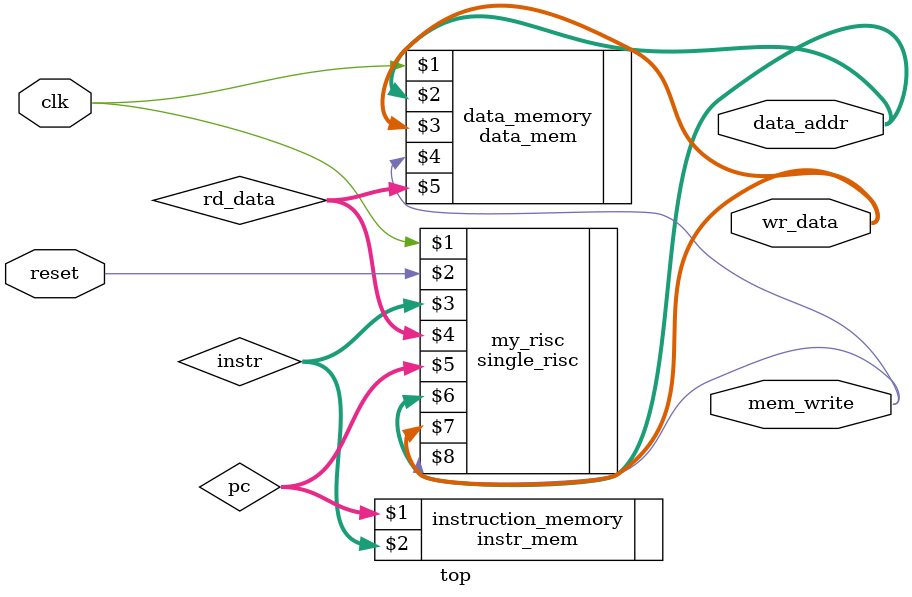
<source format=sv>
module top (input  logic        clk , reset ,
            output logic [31:0] wr_data     ,
			output logic [31:0] data_addr   ,
			output logic        mem_write   
			);

        logic [31:0] instr , rd_data , pc;
  
        single_risc my_risc(clk , reset , instr , rd_data , pc , data_addr , wr_data , mem_write);
		
		instr_mem instruction_memory(pc , instr) ;
		
		data_mem data_memory(clk , data_addr , wr_data , mem_write , rd_data) ;

endmodule
</source>
